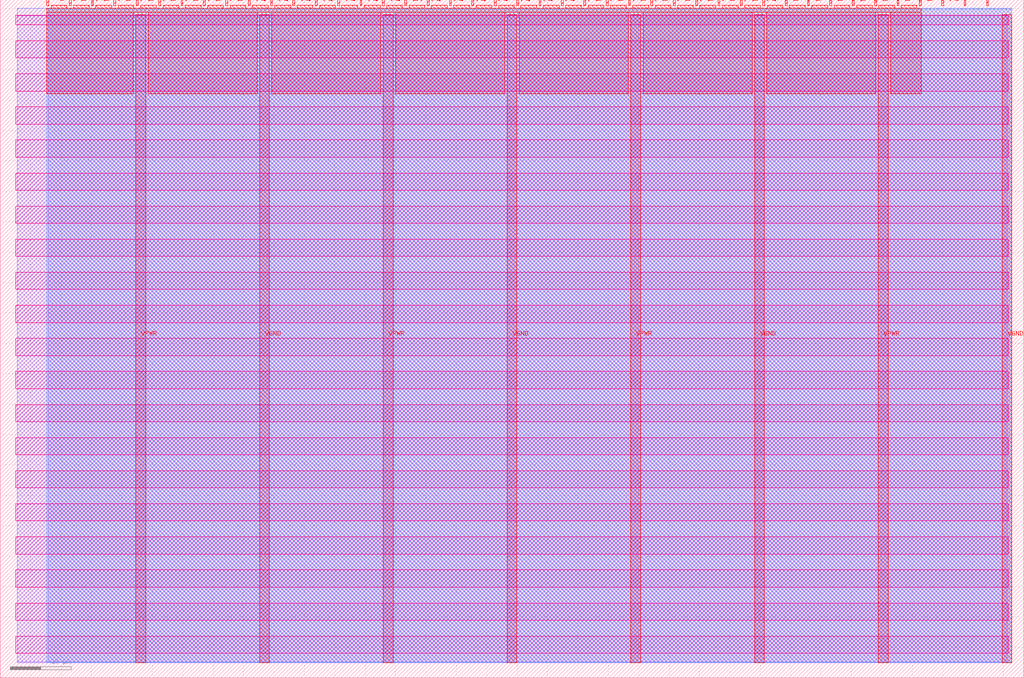
<source format=lef>
VERSION 5.7 ;
  NOWIREEXTENSIONATPIN ON ;
  DIVIDERCHAR "/" ;
  BUSBITCHARS "[]" ;
MACRO tt_um_wokwi_374292646686728193
  CLASS BLOCK ;
  FOREIGN tt_um_wokwi_374292646686728193 ;
  ORIGIN 0.000 0.000 ;
  SIZE 168.360 BY 111.520 ;
  PIN VGND
    DIRECTION INOUT ;
    USE GROUND ;
    PORT
      LAYER met4 ;
        RECT 42.670 2.480 44.270 109.040 ;
    END
    PORT
      LAYER met4 ;
        RECT 83.380 2.480 84.980 109.040 ;
    END
    PORT
      LAYER met4 ;
        RECT 124.090 2.480 125.690 109.040 ;
    END
    PORT
      LAYER met4 ;
        RECT 164.800 2.480 166.400 109.040 ;
    END
  END VGND
  PIN VPWR
    DIRECTION INOUT ;
    USE POWER ;
    PORT
      LAYER met4 ;
        RECT 22.315 2.480 23.915 109.040 ;
    END
    PORT
      LAYER met4 ;
        RECT 63.025 2.480 64.625 109.040 ;
    END
    PORT
      LAYER met4 ;
        RECT 103.735 2.480 105.335 109.040 ;
    END
    PORT
      LAYER met4 ;
        RECT 144.445 2.480 146.045 109.040 ;
    END
  END VPWR
  PIN clk
    DIRECTION INPUT ;
    USE SIGNAL ;
    PORT
      LAYER met4 ;
        RECT 158.550 110.520 158.850 111.520 ;
    END
  END clk
  PIN ena
    DIRECTION INPUT ;
    USE SIGNAL ;
    PORT
      LAYER met4 ;
        RECT 162.230 110.520 162.530 111.520 ;
    END
  END ena
  PIN rst_n
    DIRECTION INPUT ;
    USE SIGNAL ;
    PORT
      LAYER met4 ;
        RECT 154.870 110.520 155.170 111.520 ;
    END
  END rst_n
  PIN ui_in[0]
    DIRECTION INPUT ;
    USE SIGNAL ;
    ANTENNAGATEAREA 0.196500 ;
    PORT
      LAYER met4 ;
        RECT 151.190 110.520 151.490 111.520 ;
    END
  END ui_in[0]
  PIN ui_in[1]
    DIRECTION INPUT ;
    USE SIGNAL ;
    ANTENNAGATEAREA 0.196500 ;
    PORT
      LAYER met4 ;
        RECT 147.510 110.520 147.810 111.520 ;
    END
  END ui_in[1]
  PIN ui_in[2]
    DIRECTION INPUT ;
    USE SIGNAL ;
    ANTENNAGATEAREA 0.196500 ;
    PORT
      LAYER met4 ;
        RECT 143.830 110.520 144.130 111.520 ;
    END
  END ui_in[2]
  PIN ui_in[3]
    DIRECTION INPUT ;
    USE SIGNAL ;
    ANTENNAGATEAREA 0.196500 ;
    PORT
      LAYER met4 ;
        RECT 140.150 110.520 140.450 111.520 ;
    END
  END ui_in[3]
  PIN ui_in[4]
    DIRECTION INPUT ;
    USE SIGNAL ;
    ANTENNAGATEAREA 0.196500 ;
    PORT
      LAYER met4 ;
        RECT 136.470 110.520 136.770 111.520 ;
    END
  END ui_in[4]
  PIN ui_in[5]
    DIRECTION INPUT ;
    USE SIGNAL ;
    ANTENNAGATEAREA 0.196500 ;
    PORT
      LAYER met4 ;
        RECT 132.790 110.520 133.090 111.520 ;
    END
  END ui_in[5]
  PIN ui_in[6]
    DIRECTION INPUT ;
    USE SIGNAL ;
    ANTENNAGATEAREA 0.196500 ;
    PORT
      LAYER met4 ;
        RECT 129.110 110.520 129.410 111.520 ;
    END
  END ui_in[6]
  PIN ui_in[7]
    DIRECTION INPUT ;
    USE SIGNAL ;
    ANTENNAGATEAREA 0.196500 ;
    PORT
      LAYER met4 ;
        RECT 125.430 110.520 125.730 111.520 ;
    END
  END ui_in[7]
  PIN uio_in[0]
    DIRECTION INPUT ;
    USE SIGNAL ;
    ANTENNAGATEAREA 0.196500 ;
    PORT
      LAYER met4 ;
        RECT 121.750 110.520 122.050 111.520 ;
    END
  END uio_in[0]
  PIN uio_in[1]
    DIRECTION INPUT ;
    USE SIGNAL ;
    ANTENNAGATEAREA 0.196500 ;
    PORT
      LAYER met4 ;
        RECT 118.070 110.520 118.370 111.520 ;
    END
  END uio_in[1]
  PIN uio_in[2]
    DIRECTION INPUT ;
    USE SIGNAL ;
    ANTENNAGATEAREA 0.196500 ;
    PORT
      LAYER met4 ;
        RECT 114.390 110.520 114.690 111.520 ;
    END
  END uio_in[2]
  PIN uio_in[3]
    DIRECTION INPUT ;
    USE SIGNAL ;
    ANTENNAGATEAREA 0.196500 ;
    PORT
      LAYER met4 ;
        RECT 110.710 110.520 111.010 111.520 ;
    END
  END uio_in[3]
  PIN uio_in[4]
    DIRECTION INPUT ;
    USE SIGNAL ;
    ANTENNAGATEAREA 0.196500 ;
    PORT
      LAYER met4 ;
        RECT 107.030 110.520 107.330 111.520 ;
    END
  END uio_in[4]
  PIN uio_in[5]
    DIRECTION INPUT ;
    USE SIGNAL ;
    ANTENNAGATEAREA 0.196500 ;
    PORT
      LAYER met4 ;
        RECT 103.350 110.520 103.650 111.520 ;
    END
  END uio_in[5]
  PIN uio_in[6]
    DIRECTION INPUT ;
    USE SIGNAL ;
    ANTENNAGATEAREA 0.196500 ;
    PORT
      LAYER met4 ;
        RECT 99.670 110.520 99.970 111.520 ;
    END
  END uio_in[6]
  PIN uio_in[7]
    DIRECTION INPUT ;
    USE SIGNAL ;
    ANTENNAGATEAREA 0.196500 ;
    PORT
      LAYER met4 ;
        RECT 95.990 110.520 96.290 111.520 ;
    END
  END uio_in[7]
  PIN uio_oe[0]
    DIRECTION OUTPUT TRISTATE ;
    USE SIGNAL ;
    PORT
      LAYER met4 ;
        RECT 33.430 110.520 33.730 111.520 ;
    END
  END uio_oe[0]
  PIN uio_oe[1]
    DIRECTION OUTPUT TRISTATE ;
    USE SIGNAL ;
    PORT
      LAYER met4 ;
        RECT 29.750 110.520 30.050 111.520 ;
    END
  END uio_oe[1]
  PIN uio_oe[2]
    DIRECTION OUTPUT TRISTATE ;
    USE SIGNAL ;
    PORT
      LAYER met4 ;
        RECT 26.070 110.520 26.370 111.520 ;
    END
  END uio_oe[2]
  PIN uio_oe[3]
    DIRECTION OUTPUT TRISTATE ;
    USE SIGNAL ;
    PORT
      LAYER met4 ;
        RECT 22.390 110.520 22.690 111.520 ;
    END
  END uio_oe[3]
  PIN uio_oe[4]
    DIRECTION OUTPUT TRISTATE ;
    USE SIGNAL ;
    PORT
      LAYER met4 ;
        RECT 18.710 110.520 19.010 111.520 ;
    END
  END uio_oe[4]
  PIN uio_oe[5]
    DIRECTION OUTPUT TRISTATE ;
    USE SIGNAL ;
    PORT
      LAYER met4 ;
        RECT 15.030 110.520 15.330 111.520 ;
    END
  END uio_oe[5]
  PIN uio_oe[6]
    DIRECTION OUTPUT TRISTATE ;
    USE SIGNAL ;
    PORT
      LAYER met4 ;
        RECT 11.350 110.520 11.650 111.520 ;
    END
  END uio_oe[6]
  PIN uio_oe[7]
    DIRECTION OUTPUT TRISTATE ;
    USE SIGNAL ;
    PORT
      LAYER met4 ;
        RECT 7.670 110.520 7.970 111.520 ;
    END
  END uio_oe[7]
  PIN uio_out[0]
    DIRECTION OUTPUT TRISTATE ;
    USE SIGNAL ;
    PORT
      LAYER met4 ;
        RECT 62.870 110.520 63.170 111.520 ;
    END
  END uio_out[0]
  PIN uio_out[1]
    DIRECTION OUTPUT TRISTATE ;
    USE SIGNAL ;
    PORT
      LAYER met4 ;
        RECT 59.190 110.520 59.490 111.520 ;
    END
  END uio_out[1]
  PIN uio_out[2]
    DIRECTION OUTPUT TRISTATE ;
    USE SIGNAL ;
    PORT
      LAYER met4 ;
        RECT 55.510 110.520 55.810 111.520 ;
    END
  END uio_out[2]
  PIN uio_out[3]
    DIRECTION OUTPUT TRISTATE ;
    USE SIGNAL ;
    PORT
      LAYER met4 ;
        RECT 51.830 110.520 52.130 111.520 ;
    END
  END uio_out[3]
  PIN uio_out[4]
    DIRECTION OUTPUT TRISTATE ;
    USE SIGNAL ;
    PORT
      LAYER met4 ;
        RECT 48.150 110.520 48.450 111.520 ;
    END
  END uio_out[4]
  PIN uio_out[5]
    DIRECTION OUTPUT TRISTATE ;
    USE SIGNAL ;
    PORT
      LAYER met4 ;
        RECT 44.470 110.520 44.770 111.520 ;
    END
  END uio_out[5]
  PIN uio_out[6]
    DIRECTION OUTPUT TRISTATE ;
    USE SIGNAL ;
    PORT
      LAYER met4 ;
        RECT 40.790 110.520 41.090 111.520 ;
    END
  END uio_out[6]
  PIN uio_out[7]
    DIRECTION OUTPUT TRISTATE ;
    USE SIGNAL ;
    PORT
      LAYER met4 ;
        RECT 37.110 110.520 37.410 111.520 ;
    END
  END uio_out[7]
  PIN uo_out[0]
    DIRECTION OUTPUT TRISTATE ;
    USE SIGNAL ;
    ANTENNADIFFAREA 0.795200 ;
    PORT
      LAYER met4 ;
        RECT 92.310 110.520 92.610 111.520 ;
    END
  END uo_out[0]
  PIN uo_out[1]
    DIRECTION OUTPUT TRISTATE ;
    USE SIGNAL ;
    ANTENNADIFFAREA 0.795200 ;
    PORT
      LAYER met4 ;
        RECT 88.630 110.520 88.930 111.520 ;
    END
  END uo_out[1]
  PIN uo_out[2]
    DIRECTION OUTPUT TRISTATE ;
    USE SIGNAL ;
    ANTENNADIFFAREA 0.445500 ;
    PORT
      LAYER met4 ;
        RECT 84.950 110.520 85.250 111.520 ;
    END
  END uo_out[2]
  PIN uo_out[3]
    DIRECTION OUTPUT TRISTATE ;
    USE SIGNAL ;
    ANTENNADIFFAREA 0.795200 ;
    PORT
      LAYER met4 ;
        RECT 81.270 110.520 81.570 111.520 ;
    END
  END uo_out[3]
  PIN uo_out[4]
    DIRECTION OUTPUT TRISTATE ;
    USE SIGNAL ;
    ANTENNADIFFAREA 0.795200 ;
    PORT
      LAYER met4 ;
        RECT 77.590 110.520 77.890 111.520 ;
    END
  END uo_out[4]
  PIN uo_out[5]
    DIRECTION OUTPUT TRISTATE ;
    USE SIGNAL ;
    ANTENNADIFFAREA 0.445500 ;
    PORT
      LAYER met4 ;
        RECT 73.910 110.520 74.210 111.520 ;
    END
  END uo_out[5]
  PIN uo_out[6]
    DIRECTION OUTPUT TRISTATE ;
    USE SIGNAL ;
    ANTENNADIFFAREA 0.445500 ;
    PORT
      LAYER met4 ;
        RECT 70.230 110.520 70.530 111.520 ;
    END
  END uo_out[6]
  PIN uo_out[7]
    DIRECTION OUTPUT TRISTATE ;
    USE SIGNAL ;
    ANTENNADIFFAREA 0.445500 ;
    PORT
      LAYER met4 ;
        RECT 66.550 110.520 66.850 111.520 ;
    END
  END uo_out[7]
  OBS
      LAYER nwell ;
        RECT 2.570 107.385 165.790 108.990 ;
        RECT 2.570 101.945 165.790 104.775 ;
        RECT 2.570 96.505 165.790 99.335 ;
        RECT 2.570 91.065 165.790 93.895 ;
        RECT 2.570 85.625 165.790 88.455 ;
        RECT 2.570 80.185 165.790 83.015 ;
        RECT 2.570 74.745 165.790 77.575 ;
        RECT 2.570 69.305 165.790 72.135 ;
        RECT 2.570 63.865 165.790 66.695 ;
        RECT 2.570 58.425 165.790 61.255 ;
        RECT 2.570 52.985 165.790 55.815 ;
        RECT 2.570 47.545 165.790 50.375 ;
        RECT 2.570 42.105 165.790 44.935 ;
        RECT 2.570 36.665 165.790 39.495 ;
        RECT 2.570 31.225 165.790 34.055 ;
        RECT 2.570 25.785 165.790 28.615 ;
        RECT 2.570 20.345 165.790 23.175 ;
        RECT 2.570 14.905 165.790 17.735 ;
        RECT 2.570 9.465 165.790 12.295 ;
        RECT 2.570 4.025 165.790 6.855 ;
      LAYER li1 ;
        RECT 2.760 2.635 165.600 108.885 ;
      LAYER met1 ;
        RECT 2.760 2.480 166.400 110.120 ;
      LAYER met2 ;
        RECT 7.910 2.535 166.370 110.150 ;
      LAYER met3 ;
        RECT 7.630 2.555 166.390 109.985 ;
      LAYER met4 ;
        RECT 8.370 110.120 10.950 110.650 ;
        RECT 12.050 110.120 14.630 110.650 ;
        RECT 15.730 110.120 18.310 110.650 ;
        RECT 19.410 110.120 21.990 110.650 ;
        RECT 23.090 110.120 25.670 110.650 ;
        RECT 26.770 110.120 29.350 110.650 ;
        RECT 30.450 110.120 33.030 110.650 ;
        RECT 34.130 110.120 36.710 110.650 ;
        RECT 37.810 110.120 40.390 110.650 ;
        RECT 41.490 110.120 44.070 110.650 ;
        RECT 45.170 110.120 47.750 110.650 ;
        RECT 48.850 110.120 51.430 110.650 ;
        RECT 52.530 110.120 55.110 110.650 ;
        RECT 56.210 110.120 58.790 110.650 ;
        RECT 59.890 110.120 62.470 110.650 ;
        RECT 63.570 110.120 66.150 110.650 ;
        RECT 67.250 110.120 69.830 110.650 ;
        RECT 70.930 110.120 73.510 110.650 ;
        RECT 74.610 110.120 77.190 110.650 ;
        RECT 78.290 110.120 80.870 110.650 ;
        RECT 81.970 110.120 84.550 110.650 ;
        RECT 85.650 110.120 88.230 110.650 ;
        RECT 89.330 110.120 91.910 110.650 ;
        RECT 93.010 110.120 95.590 110.650 ;
        RECT 96.690 110.120 99.270 110.650 ;
        RECT 100.370 110.120 102.950 110.650 ;
        RECT 104.050 110.120 106.630 110.650 ;
        RECT 107.730 110.120 110.310 110.650 ;
        RECT 111.410 110.120 113.990 110.650 ;
        RECT 115.090 110.120 117.670 110.650 ;
        RECT 118.770 110.120 121.350 110.650 ;
        RECT 122.450 110.120 125.030 110.650 ;
        RECT 126.130 110.120 128.710 110.650 ;
        RECT 129.810 110.120 132.390 110.650 ;
        RECT 133.490 110.120 136.070 110.650 ;
        RECT 137.170 110.120 139.750 110.650 ;
        RECT 140.850 110.120 143.430 110.650 ;
        RECT 144.530 110.120 147.110 110.650 ;
        RECT 148.210 110.120 150.790 110.650 ;
        RECT 7.655 109.440 151.505 110.120 ;
        RECT 7.655 96.055 21.915 109.440 ;
        RECT 24.315 96.055 42.270 109.440 ;
        RECT 44.670 96.055 62.625 109.440 ;
        RECT 65.025 96.055 82.980 109.440 ;
        RECT 85.380 96.055 103.335 109.440 ;
        RECT 105.735 96.055 123.690 109.440 ;
        RECT 126.090 96.055 144.045 109.440 ;
        RECT 146.445 96.055 151.505 109.440 ;
  END
END tt_um_wokwi_374292646686728193
END LIBRARY


</source>
